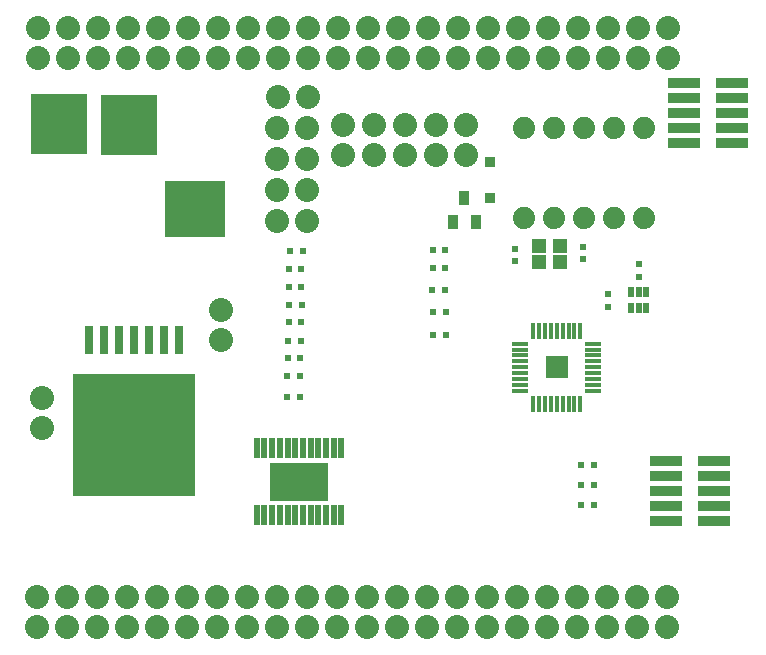
<source format=gts>
G04 ================== begin FILE IDENTIFICATION RECORD ==================*
G04 Layout Name:  BBB_CAPE_PCB_AN.brd*
G04 Film Name:    SOLDERMASK_TOP*
G04 File Format:  Gerber RS274X*
G04 File Origin:  Cadence Allegro 16.6-P004*
G04 Origin Date:  Thu Sep 11 16:38:19 2014*
G04 *
G04 Layer:  VIA CLASS/SOLDERMASK_TOP*
G04 Layer:  PIN/SOLDERMASK_TOP*
G04 Layer:  PACKAGE GEOMETRY/SOLDERMASK_TOP*
G04 Layer:  BOARD GEOMETRY/SOLDERMASK_TOP*
G04 *
G04 Offset:    (0.00 0.00)*
G04 Mirror:    No*
G04 Mode:      Positive*
G04 Rotation:  0*
G04 FullContactRelief:  No*
G04 UndefLineWidth:     5.00*
G04 ================== end FILE IDENTIFICATION RECORD ====================*
%FSLAX25Y25*MOIN*%
%IR0*IPPOS*OFA0.00000B0.00000*MIA0B0*SFA1.00000B1.00000*%
%ADD27R,.105X.037*%
%ADD10C,.08*%
%ADD21C,.074*%
%ADD11R,.41X.406*%
%ADD20R,.024X.024*%
%ADD18R,.024X.024*%
%ADD28R,.021X.037*%
%ADD16R,.02X.066*%
%ADD14R,.202X.185*%
%ADD24R,.015X.055*%
%ADD23R,.035X.035*%
%ADD19R,.055X.015*%
%ADD26R,.045X.045*%
%ADD22R,.036X.045*%
%ADD25R,.075X.075*%
%ADD17R,.198X.128*%
%ADD13R,.029X.093*%
%AMMACRO15*
21,1,.202,.185,0.0,0.0,90.389*%
%ADD15MACRO15*%
%AMMACRO12*
21,1,.202,.185,0.0,0.0,89.79*%
%ADD12MACRO12*%
%LPD*%
G75*
G54D10*
X626300Y1610600D03*
X616300D03*
X626300Y1600600D03*
X616300D03*
X617700Y1676900D03*
Y1666900D03*
X626400Y1800500D03*
X616400D03*
X626400Y1790500D03*
X616400D03*
X656300Y1610600D03*
X646300D03*
X636300D03*
X656300Y1600600D03*
X646300D03*
X636300D03*
X656400Y1800500D03*
X646400D03*
X636400D03*
X656400Y1790500D03*
X646400D03*
X636400D03*
X686300Y1610600D03*
X676300D03*
X666300D03*
X686300Y1600600D03*
X676300D03*
X666300D03*
X677600Y1696300D03*
Y1706300D03*
X686400Y1800500D03*
X676400D03*
X666400D03*
X686400Y1790500D03*
X676400D03*
X666400D03*
X716300Y1610600D03*
X706300D03*
X696300D03*
X716300Y1600600D03*
X706300D03*
X696300D03*
X706300Y1736200D03*
X696300D03*
X706300Y1767000D03*
X696300D03*
X706300Y1756700D03*
X696300D03*
X706200Y1746400D03*
X696200D03*
X718000Y1768000D03*
Y1758000D03*
X706400Y1777400D03*
X696400D03*
X716400Y1800500D03*
X706400D03*
X696400D03*
X716400Y1790500D03*
X706400D03*
X696400D03*
X746300Y1610600D03*
X736300D03*
X726300D03*
X746300Y1600600D03*
X736300D03*
X726300D03*
X738800Y1768000D03*
Y1758000D03*
X728400Y1768000D03*
Y1758000D03*
X749100Y1768000D03*
Y1758000D03*
X746400Y1800500D03*
X736400D03*
X726400D03*
X746400Y1790500D03*
X736400D03*
X726400D03*
X776300Y1610600D03*
X766300D03*
X756300D03*
X776300Y1600600D03*
X766300D03*
X756300D03*
X759200Y1768000D03*
Y1758000D03*
X776400Y1800500D03*
X766400D03*
X756400D03*
X776400Y1790500D03*
X766400D03*
X756400D03*
X806300Y1610600D03*
X796300D03*
X786300D03*
X806300Y1600600D03*
X796300D03*
X786300D03*
X806400Y1800500D03*
X796400D03*
X786400D03*
X806400Y1790500D03*
X796400D03*
X786400D03*
X826300Y1610600D03*
X816300D03*
X826300Y1600600D03*
X816300D03*
X826400Y1800500D03*
X816400D03*
X826400Y1790500D03*
X816400D03*
G54D20*
X775500Y1726800D03*
Y1722600D03*
X806600Y1707500D03*
Y1711700D03*
X798000Y1723300D03*
Y1727500D03*
X816700Y1721700D03*
Y1717500D03*
G54D11*
X648400Y1664700D03*
G54D12*
X623600Y1768400D03*
G54D21*
X778400Y1737100D03*
Y1767100D03*
X808400Y1737100D03*
X798400D03*
X788400D03*
Y1767100D03*
X798400D03*
X808400D03*
X818400Y1737100D03*
Y1767100D03*
G54D13*
X633400Y1696350D03*
X638400D03*
X643400D03*
X648400D03*
X653400D03*
X658400D03*
X663400D03*
G54D22*
X762360Y1735862D03*
X754880D03*
X758620Y1743736D03*
G54D23*
X767300Y1755600D03*
Y1743600D03*
G54D14*
X668800Y1740200D03*
G54D15*
X646800Y1768200D03*
G54D24*
X797274Y1675150D03*
X795306D03*
X793337D03*
X791368D03*
X789400D03*
X787432D03*
X785463D03*
X783494D03*
X781526D03*
Y1699450D03*
X783494D03*
X785463D03*
X787432D03*
X789400D03*
X791368D03*
X793337D03*
X795306D03*
X797274D03*
G54D25*
X789400Y1687300D03*
G54D16*
X689425Y1638100D03*
Y1660300D03*
X717575Y1638100D03*
X715016D03*
X712457D03*
X709898D03*
X707339D03*
X704780D03*
X702220D03*
X699661D03*
X697102D03*
X694543D03*
X691984D03*
Y1660300D03*
X694543D03*
X697102D03*
X699661D03*
X702220D03*
X704780D03*
X707339D03*
X709898D03*
X712457D03*
X715016D03*
X717575D03*
G54D17*
X703500Y1649200D03*
G54D26*
X783600Y1727600D03*
X790400Y1722400D03*
Y1727600D03*
X783600Y1722400D03*
G54D18*
X703700Y1677300D03*
X699500D03*
X704100Y1696100D03*
X699900D03*
X699600Y1684400D03*
X703800D03*
X704400Y1708100D03*
X700200D03*
X700000Y1702400D03*
X704200D03*
X703900Y1690500D03*
X699700D03*
X700100Y1719900D03*
X704300D03*
X700100Y1714200D03*
X704300D03*
X704700Y1726000D03*
X700500D03*
X748200Y1705800D03*
X748300Y1698200D03*
X747900Y1713000D03*
X748100Y1726300D03*
Y1720300D03*
X752400Y1705800D03*
X752500Y1698200D03*
X752100Y1713000D03*
X752300Y1726300D03*
Y1720300D03*
X797600Y1641300D03*
X801800D03*
Y1647900D03*
X797600D03*
X797500Y1654800D03*
X801700D03*
G54D27*
X841900Y1636200D03*
X825900D03*
X841900Y1641200D03*
X825900D03*
X841900Y1646200D03*
X825900D03*
X841900Y1651200D03*
X825900D03*
X841900Y1656200D03*
X825900D03*
X831800Y1761900D03*
Y1766900D03*
Y1771900D03*
Y1776900D03*
Y1781900D03*
X847800Y1761900D03*
Y1766900D03*
Y1771900D03*
Y1776900D03*
Y1781900D03*
G54D19*
X777250Y1679426D03*
Y1681394D03*
Y1683363D03*
Y1685332D03*
Y1687300D03*
Y1689268D03*
Y1691237D03*
Y1693206D03*
Y1695174D03*
X801550Y1679426D03*
Y1695174D03*
Y1693206D03*
Y1691237D03*
Y1689268D03*
Y1687300D03*
Y1685332D03*
Y1683363D03*
Y1681394D03*
G54D28*
X819300Y1707100D03*
X816700D03*
X814100D03*
Y1712300D03*
X816700D03*
X819300D03*
M02*

</source>
